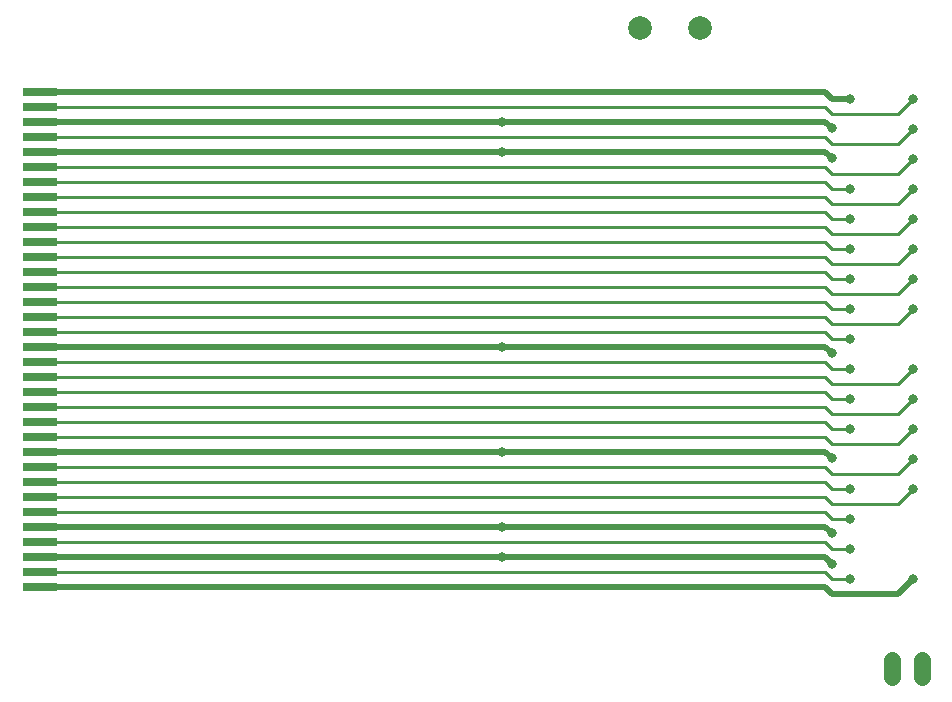
<source format=gbr>
G04 EAGLE Gerber RS-274X export*
G75*
%MOMM*%
%FSLAX34Y34*%
%LPD*%
%INBottom Copper*%
%IPPOS*%
%AMOC8*
5,1,8,0,0,1.08239X$1,22.5*%
G01*
%ADD10R,3.000000X0.750000*%
%ADD11C,1.422400*%
%ADD12C,2.000000*%
%ADD13C,0.508000*%
%ADD14C,0.806400*%
%ADD15C,0.254000*%


D10*
X16000Y145500D03*
X16000Y158200D03*
X16000Y170900D03*
X16000Y183600D03*
X16000Y196300D03*
X16000Y209000D03*
X16000Y221700D03*
X16000Y234400D03*
X16000Y247100D03*
X16000Y259800D03*
X16000Y272500D03*
X16000Y285200D03*
X16000Y297900D03*
X16000Y310600D03*
X16000Y323300D03*
X16000Y336000D03*
X16000Y348700D03*
X16000Y361400D03*
X16000Y374100D03*
X16000Y386800D03*
X16000Y399500D03*
X16000Y412200D03*
X16000Y424900D03*
X16000Y437600D03*
X16000Y450300D03*
X16000Y463000D03*
X16000Y475700D03*
X16000Y488400D03*
X16000Y501100D03*
X16000Y513800D03*
X16000Y526500D03*
X16000Y539200D03*
X16000Y551900D03*
X16000Y564600D03*
D11*
X762000Y83312D02*
X762000Y69088D01*
X736600Y69088D02*
X736600Y83312D01*
D12*
X574251Y618240D03*
X523451Y618240D03*
D13*
X680000Y170900D02*
X686435Y164465D01*
X406400Y170900D02*
X16000Y170900D01*
X406400Y170900D02*
X680000Y170900D01*
X685800Y190500D02*
X680000Y196300D01*
X406400Y196300D02*
X16000Y196300D01*
X406400Y196300D02*
X680000Y196300D01*
X406400Y539200D02*
X16000Y539200D01*
X406400Y539200D02*
X680000Y539200D01*
X685800Y533400D01*
X406400Y513800D02*
X16000Y513800D01*
X406400Y513800D02*
X680000Y513800D01*
X685800Y508000D01*
X680000Y348700D02*
X685800Y342900D01*
X406400Y348700D02*
X16000Y348700D01*
X406400Y348700D02*
X680000Y348700D01*
X406400Y259800D02*
X16000Y259800D01*
X406400Y259800D02*
X680000Y259800D01*
X685800Y254000D01*
D14*
X406400Y170900D03*
X406400Y196215D03*
D13*
X406400Y196300D01*
D14*
X406400Y259800D03*
X406400Y348700D03*
X406400Y513715D03*
D13*
X406400Y513800D01*
X406400Y539115D02*
X406400Y539200D01*
D14*
X406400Y539115D03*
D13*
X685800Y164465D02*
X686435Y164465D01*
D14*
X685800Y533400D03*
X685800Y164465D03*
X685800Y190500D03*
X685800Y254000D03*
X685800Y342900D03*
X685800Y508000D03*
X755015Y227965D03*
D15*
X686435Y215265D02*
X680000Y221700D01*
X686435Y215265D02*
X742315Y215265D01*
X755015Y227965D01*
X680000Y221700D02*
X16000Y221700D01*
D14*
X755015Y253365D03*
D15*
X686435Y240665D02*
X680000Y247100D01*
X686435Y240665D02*
X742315Y240665D01*
X755015Y253365D01*
X680000Y247100D02*
X16000Y247100D01*
D14*
X755015Y278765D03*
D15*
X686435Y266065D02*
X680000Y272500D01*
X686435Y266065D02*
X742315Y266065D01*
X755015Y278765D01*
X680000Y272500D02*
X16000Y272500D01*
D14*
X755015Y304165D03*
D15*
X686435Y291465D02*
X680000Y297900D01*
X686435Y291465D02*
X742315Y291465D01*
X755015Y304165D01*
X680000Y297900D02*
X16000Y297900D01*
D14*
X755015Y329565D03*
D15*
X686435Y316865D02*
X680000Y323300D01*
X686435Y316865D02*
X742315Y316865D01*
X755015Y329565D01*
X680000Y323300D02*
X16000Y323300D01*
D14*
X755015Y380365D03*
D15*
X686435Y367665D02*
X680000Y374100D01*
X686435Y367665D02*
X742315Y367665D01*
X755015Y380365D01*
X680000Y374100D02*
X16000Y374100D01*
D14*
X755015Y405765D03*
D15*
X686435Y393065D02*
X680000Y399500D01*
X686435Y393065D02*
X742315Y393065D01*
X755015Y405765D01*
X680000Y399500D02*
X16000Y399500D01*
D14*
X755015Y431165D03*
D15*
X686435Y418465D02*
X680000Y424900D01*
X686435Y418465D02*
X742315Y418465D01*
X755015Y431165D01*
X680000Y424900D02*
X16000Y424900D01*
D14*
X755015Y456565D03*
D15*
X686435Y443865D02*
X680000Y450300D01*
X686435Y443865D02*
X742315Y443865D01*
X755015Y456565D01*
X680000Y450300D02*
X16000Y450300D01*
D14*
X755015Y481965D03*
D15*
X686435Y469265D02*
X680000Y475700D01*
X686435Y469265D02*
X742315Y469265D01*
X755015Y481965D01*
X680000Y475700D02*
X16000Y475700D01*
D14*
X755015Y507365D03*
D15*
X686435Y494665D02*
X680000Y501100D01*
X686435Y494665D02*
X742315Y494665D01*
X755015Y507365D01*
X680000Y501100D02*
X16000Y501100D01*
D14*
X755015Y532765D03*
D15*
X686435Y520065D02*
X680000Y526500D01*
X686435Y520065D02*
X742315Y520065D01*
X755015Y532765D01*
X680000Y526500D02*
X16000Y526500D01*
D14*
X755015Y558165D03*
D15*
X686435Y545465D02*
X680000Y551900D01*
X686435Y545465D02*
X742315Y545465D01*
X755015Y558165D01*
X680000Y551900D02*
X16000Y551900D01*
D14*
X701040Y151765D03*
D15*
X686435Y151765D01*
X680000Y158200D02*
X16000Y158200D01*
X680000Y158200D02*
X686435Y151765D01*
D14*
X701040Y177165D03*
D15*
X686435Y177165D01*
X680000Y183600D02*
X16000Y183600D01*
X680000Y183600D02*
X686435Y177165D01*
D14*
X701040Y202565D03*
D15*
X686435Y202565D01*
X680000Y209000D02*
X16000Y209000D01*
X680000Y209000D02*
X686435Y202565D01*
D14*
X701040Y227965D03*
D15*
X686435Y227965D01*
X680000Y234400D02*
X16000Y234400D01*
X680000Y234400D02*
X686435Y227965D01*
D14*
X701040Y278765D03*
D15*
X686435Y278765D01*
X680000Y285200D02*
X16000Y285200D01*
X680000Y285200D02*
X686435Y278765D01*
D14*
X701040Y304165D03*
D15*
X686435Y304165D01*
X680000Y310600D02*
X16000Y310600D01*
X680000Y310600D02*
X686435Y304165D01*
D14*
X701040Y329565D03*
D15*
X686435Y329565D01*
X680000Y336000D02*
X16000Y336000D01*
X680000Y336000D02*
X686435Y329565D01*
D14*
X701040Y354965D03*
D15*
X686435Y354965D01*
X680000Y361400D02*
X16000Y361400D01*
X680000Y361400D02*
X686435Y354965D01*
D14*
X701040Y380365D03*
D15*
X686435Y380365D01*
X680000Y386800D02*
X16000Y386800D01*
X680000Y386800D02*
X686435Y380365D01*
D14*
X701040Y405765D03*
D15*
X686435Y405765D01*
X680000Y412200D02*
X16000Y412200D01*
X680000Y412200D02*
X686435Y405765D01*
D14*
X701040Y431165D03*
D15*
X686435Y431165D01*
X680000Y437600D02*
X16000Y437600D01*
X680000Y437600D02*
X686435Y431165D01*
D14*
X701040Y456565D03*
D15*
X686435Y456565D01*
X680000Y463000D02*
X16000Y463000D01*
X680000Y463000D02*
X686435Y456565D01*
D14*
X701040Y481965D03*
D15*
X686435Y481965D01*
X680000Y488400D02*
X16000Y488400D01*
X680000Y488400D02*
X686435Y481965D01*
D14*
X701040Y558165D03*
D13*
X686435Y558165D01*
X680000Y564600D02*
X16000Y564600D01*
X680000Y564600D02*
X686435Y558165D01*
D14*
X755015Y151765D03*
D13*
X686435Y139065D02*
X680000Y145500D01*
X686435Y139065D02*
X742315Y139065D01*
X755015Y151765D01*
X680000Y145500D02*
X16000Y145500D01*
M02*

</source>
